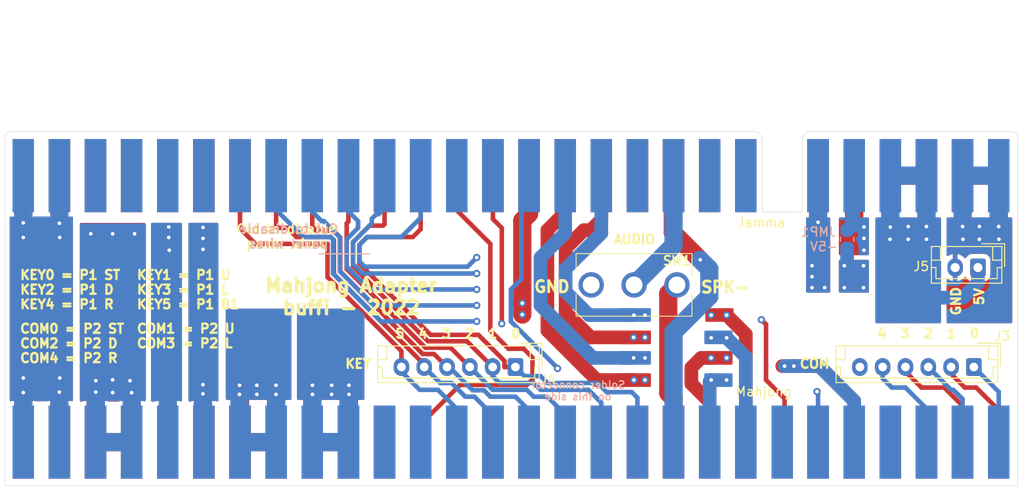
<source format=kicad_pcb>
(kicad_pcb (version 20211014) (generator pcbnew)
  (layers (0 "F.Cu" signal) (1 "In1.Cu" power) (2 "In2.Cu" mixed) (31 "B.Cu" signal) (34 "B.Paste" user) (35 "F.Paste" user) (36 "B.SilkS" user "B.Silkscreen") (37 "F.SilkS" user "F.Silkscreen") (38 "B.Mask" user) (39 "F.Mask" user) (44 "Edge.Cuts" user))
  (net 0 "")
  (net 1 "12V")
  (net 2 "GND")
  (net 3 "5V")
  (net 4 "-5V")
  (net 5 "BLUE")
  (net 6 "SPK+")
  (net 7 "TEST")
  (net 8 "RED")
  (net 9 "COIN")
  (net 10 "GREEN")
  (net 11 "COM1-2")
  (net 12 "COM3-10")
  (net 13 "SYNC")
  (net 24 "SERVICE")
  (net 34 "COM4-7")
  (net 35 "KEY2-8")
  (net 38 "KEY4-11")
  (net 39 "KEY0-4")
  (net 42 "KEY5-1")
  (net 44 "KEY1-5")
  (net 45 "COM2-6")
  (net 46 "COM0-3")
  (net 48 "KEY3-9")
  (net 52 "-5V_M")
  (net 53 "JAMMA_SPK-")
  (net 54 "JONG_SPK-")
  (footprint "jamma:JAMMA-56" (layer "F.Cu") (at 175.26 33.02 180)
    (fp_text reference "J1" hide)
    (fp_text value "Jamma_Connector")
  )
  (footprint "jamma:MAHJONG-56" (layer "F.Cu") (at 175.26 62.23 180)
    (fp_text reference "J2" hide)
    (fp_text value "Mahjong_Connector")
  )
  (footprint "SPDT:A101SYCQ04" (layer "F.Cu") (at 194.45 64 -90)
    (fp_text reference "SW1")
    (fp_text value "SW_SPDT" hide)
  )
  (footprint "Connector_JST:JST_EH_B6B-EH-A_1x06_P2.50mm_Vertical" (layer "F.Cu") (at 227 73 180)
    (fp_text reference "J3")
    (fp_text value "Conn_01x06")
  )
  (footprint "Connector_JST:JST_EH_B6B-EH-A_1x06_P2.50mm_Vertical" (layer "F.Cu") (at 176.75 73 180)
    (fp_text reference "J4")
    (fp_text value "Conn_01x06")
  )
  (footprint "Connector_JST:JST_EH_B2B-EH-A_1x02_P2.50mm_Vertical" (layer "F.Cu") (at 227.45 62.1 180)
    (fp_text reference "J5")
    (fp_text value "Conn_01x02")
  )
  (footprint "Resistor_SMD:R_0805_2012Metric_Pad1.20x1.40mm_HandSolder" (layer "B.Cu") (at 213.1 59 90)
    (fp_text reference "JMP1")
    (fp_text value "SolderJumper_2_Open" hide)
  )
  (gr_line (start 155.2 60.6) (end 160.8 60.6) (layer "B.SilkS") (width 0.12))
  (gr_line (start 155.2 60.6) (end 160.8 60.6) (layer "F.SilkS") (width 0.12))
  (gr_line (start 231.8 47.6) (end 231.8 86) (layer "Edge.Cuts") (width 0.05))
  (gr_line (start 208.2 47.8) (end 208.8 47.2) (layer "Edge.Cuts") (width 0.05))
  (gr_line (start 208.8 47.2) (end 231.4 47.2) (layer "Edge.Cuts") (width 0.05))
  (gr_line (start 121.2 47.2) (end 203.2 47.2) (layer "Edge.Cuts") (width 0.05))
  (gr_line (start 208.2 56) (end 208.2 47.8) (layer "Edge.Cuts") (width 0.05))
  (gr_line (start 121 86) (end 120.8 86) (layer "Edge.Cuts") (width 0.05))
  (gr_line (start 120.8 86) (end 120.8 47.6) (layer "Edge.Cuts") (width 0.05))
  (gr_line (start 203.8 47.8) (end 203.8 56) (layer "Edge.Cuts") (width 0.05))
  (gr_line (start 231.4 47.2) (end 231.8 47.6) (layer "Edge.Cuts") (width 0.05))
  (gr_line (start 203.2 47.2) (end 203.8 47.8) (layer "Edge.Cuts") (width 0.05))
  (gr_line (start 203.8 56) (end 208.2 56) (layer "Edge.Cuts") (width 0.05))
  (gr_line (start 120.8 47.6) (end 121.2 47.2) (layer "Edge.Cuts") (width 0.05))
  (gr_line (start 231.8 86) (end 121 86) (layer "Edge.Cuts") (width 0.05))
  (gr_text "-5V" (at 210.566 59.8) (layer "B.SilkS") (effects (font (size 1 1)) (justify mirror)))
  (gr_text "Cut to disable\npanel wires" (at 151.892 58.674) (layer "B.SilkS") (effects (font (size 1 1) (thickness 0.2)) (justify mirror)))
  (gr_text "Solder connector\non this side" (at 183.6 75.6) (layer "B.SilkS") (effects (font (size 0.8 0.8)) (justify mirror)))
  (gr_text "Cut to disable\npanel wires" (at 151.638 58.674) (layer "F.SilkS") (effects (font (size 1 1) (thickness 0.2))))
  (gr_text "COM1 = P2 U\nCOM3 = P2 L" (at 135.128 69.596) (layer "F.SilkS") (effects (font (size 1 1) (thickness 0.25)) (justify left)))
  (gr_text "Mahjong" (at 203.962 75.692) (layer "F.SilkS") (effects (font (size 1 1))))
  (gr_text "GND" (at 180.75 64.2) (layer "F.SilkS") (effects (font (size 1.25 1.25) (thickness 0.3))))
  (gr_text "4" (at 216.916 69.342) (layer "F.SilkS") (effects (font (size 1 1) (thickness 0.25))))
  (gr_text "5" (at 164.084 69.342) (layer "F.SilkS") (effects (font (size 1 1) (thickness 0.25))))
  (gr_text "1" (at 224.536 69.342) (layer "F.SilkS") (effects (font (size 1 1) (thickness 0.25))))
  (gr_text "KEY1 = P1 U\nKEY3 = P1 L\nKEY5 = P1 B1" (at 135.128 64.516) (layer "F.SilkS") (effects (font (size 1 1) (thickness 0.25)) (justify left)))
  (gr_text "0\n" (at 176.784 69.342) (layer "F.SilkS") (effects (font (size 1 1) (thickness 0.25))))
  (gr_text "AUDIO" (at 189.8 59) (layer "F.SilkS") (effects (font (size 1 1) (thickness 0.25))))
  (gr_text "COM\n" (at 209.55 72.644) (layer "F.SilkS") (effects (font (size 1 1) (thickness 0.25))))
  (gr_text "4" (at 166.624 69.342) (layer "F.SilkS") (effects (font (size 1 1) (thickness 0.25))))
  (gr_text "KEY0 = P1 ST   \nKEY2 = P1 D   \nKEY4 = P1 R" (at 122.328 64.516) (layer "F.SilkS") (effects (font (size 1 1) (thickness 0.25)) (justify left)))
  (gr_text "2" (at 171.704 69.342) (layer "F.SilkS") (effects (font (size 1 1) (thickness 0.25))))
  (gr_text "KEY" (at 159.512 72.644) (layer "F.SilkS") (effects (font (size 1 1) (thickness 0.25))))
  (gr_text "2" (at 221.996 69.342) (layer "F.SilkS") (effects (font (size 1 1) (thickness 0.25))))
  (gr_text "3" (at 219.456 69.342) (layer "F.SilkS") (effects (font (size 1 1) (thickness 0.25))))
  (gr_text "Mahjong Adapter\nbuffi - 2022" (at 158.75 65.278) (layer "F.SilkS") (effects (font (size 1.5 1.5) (thickness 0.375))))
  (gr_text "5V" (at 227.584 65.278 90) (layer "F.SilkS") (effects (font (size 1 1) (thickness 0.25))))
  (gr_text "SPK-\n" (at 199.75 64.25) (layer "F.SilkS") (effects (font (size 1.25 1.25) (thickness 0.3))))
  (gr_text "0\n" (at 227.076 69.342) (layer "F.SilkS") (effects (font (size 1 1) (thickness 0.25))))
  (gr_text "Jamma" (at 203.708 57.15) (layer "F.SilkS") (effects (font (size 1 1))))
  (gr_text "GND" (at 225.044 65.786 90) (layer "F.SilkS") (effects (font (size 1 1) (thickness 0.25))))
  (gr_text "1" (at 174.244 69.342) (layer "F.SilkS") (effects (font (size 1 1) (thickness 0.25))))
  (gr_text "COM0 = P2 ST\nCOM2 = P2 D \nCOM4 = P2 R" (at 122.328 70.408) (layer "F.SilkS") (effects (font (size 1 1) (thickness 0.25)) (justify left)))
  (gr_text "3" (at 169.164 69.342) (layer "F.SilkS") (effects (font (size 1 1) (thickness 0.25))))
  (segment (start 209.92 52.02) (end 209.92 57.13) (width 2) (layer "F.Cu") (net 1))
  (segment (start 209.92 57.13) (end 209.92 57.37) (width 2) (layer "F.Cu") (net 1))
  (segment (start 142.494 74.93) (end 142.494 81.124) (width 2) (layer "F.Cu") (net 1))
  (segment (start 142.494 81.124) (end 142.6 81.23) (width 2) (layer "F.Cu") (net 1))
  (via (at 209.25 61.9) (size 0.8) (drill 0.4) (layers "F.Cu" "B.Cu") (net 1))
  (via (at 142.494 75.946) (size 0.8) (drill 0.4) (layers "F.Cu" "B.Cu") (net 1))
  (via (at 142.5 58.9) (size 0.8) (drill 0.4) (layers "F.Cu" "B.Cu") (net 1))
  (via (at 142.5 60.1) (size 0.8) (drill 0.4) (layers "F.Cu" "B.Cu") (net 1))
  (via (at 142.5 57.7) (size 0.8) (drill 0.4) (layers "F.Cu" "B.Cu") (net 1))
  (via (at 209.25 64.3) (size 0.8) (drill 0.4) (layers "F.Cu" "B.Cu") (net 1))
  (via (at 209.92 57.13) (size 0.8) (drill 0.4) (layers "F.Cu" "B.Cu") (net 1))
  (via (at 209.25 63.1) (size 0.8) (drill 0.4) (layers "F.Cu" "B.Cu") (net 1))
  (via (at 210.65 64.3) (size 0.8) (drill 0.4) (layers "F.Cu" "B.Cu") (net 1))
  (via (at 142.494 74.93) (size 0.8) (drill 0.4) (layers "F.Cu" "B.Cu") (net 1))
  (segment (start 142.494 74.93) (end 142.494 81.124) (width 2) (layer "B.Cu") (net 1))
  (segment (start 209.92 52.02) (end 209.92 57.13) (width 2) (layer "B.Cu") (net 1))
  (segment (start 142.494 81.124) (end 142.6 81.23) (width 2) (layer "B.Cu") (net 1))
  (segment (start 158.5 76) (end 158.5 81.17) (width 2) (layer "F.Cu") (net 2))
  (segment (start 229.72 52.02) (end 229.72 57.6) (width 2) (layer "F.Cu") (net 2))
  (segment (start 126.76 81.23) (end 126.76 75.76) (width 2) (layer "F.Cu") (net 2))
  (segment (start 158.5 75) (end 158.5 76) (width 2) (layer "F.Cu") (net 2))
  (segment (start 210.058 72.898) (end 207.264 72.898) (width 1.5) (layer "F.Cu") (net 2))
  (segment (start 213.88 76.72) (end 210.058 72.898) (width 1.5) (layer "F.Cu") (net 2))
  (segment (start 207.264 72.898) (end 205.994 72.898) (width 1.5) (layer "F.Cu") (net 2))
  (segment (start 225.76 52.02) (end 225.76 57.6) (width 2) (layer "F.Cu") (net 2))
  (segment (start 177.5 66) (end 177.5 56.942) (width 2) (layer "F.Cu") (net 2))
  (segment (start 178.24 56.202) (end 178.24 52.02) (width 2) (layer "F.Cu") (net 2))
  (segment (start 229.72 52.02) (end 225.76 52.02) (width 2) (layer "F.Cu") (net 2))
  (segment (start 126.76 52.02) (end 126.76 57.24) (width 2) (layer "F.Cu") (net 2))
  (segment (start 122.8 52.02) (end 122.8 57.2) (width 2) (layer "F.Cu") (net 2))
  (segment (start 213.88 81.23) (end 213.88 76.72) (width 1.5) (layer "F.Cu") (net 2))
  (segment (start 126.76 75.76) (end 126.75 75.75) (width 2) (layer "F.Cu") (net 2))
  (segment (start 158.5 81.17) (end 158.44 81.23) (width 2) (layer "F.Cu") (net 2))
  (segment (start 154.48 75.02) (end 154.5 75) (width 2) (layer "F.Cu") (net 2))
  (segment (start 122.8 81.23) (end 122.8 75.8) (width 2) (layer "F.Cu") (net 2))
  (segment (start 154.48 81.23) (end 158.44 81.23) (width 2) (layer "F.Cu") (net 2))
  (segment (start 177.5 67.25) (end 177.5 66) (width 2) (layer "F.Cu") (net 2))
  (segment (start 177.5 56.942) (end 178.24 56.202) (width 2) (layer "F.Cu") (net 2))
  (segment (start 126.76 57.24) (end 126.75 57.25) (width 2) (layer "F.Cu") (net 2))
  (segment (start 154.48 81.23) (end 154.48 75.02) (width 2) (layer "F.Cu") (net 2))
  (via (at 122.8 57.2) (size 0.8) (drill 0.4) (layers "F.Cu" "B.Cu") (net 2))
  (via (at 158.5 76) (size 0.8) (drill 0.4) (layers "F.Cu" "B.Cu") (net 2))
  (via (at 126.76 57.24) (size 0.8) (drill 0.4) (layers "F.Cu" "B.Cu") (net 2))
  (via (at 126.8 58.8) (size 0.8) (drill 0.4) (layers "F.Cu" "B.Cu") (net 2))
  (via (at 154.5 76) (size 0.8) (drill 0.4) (layers "F.Cu" "B.Cu") (net 2))
  (via (at 225.8 59) (size 0.8) (drill 0.4) (layers "F.Cu" "B.Cu") (net 2))
  (via (at 122.8 58.8) (size 0.8) (drill 0.4) (layers "F.Cu" "B.Cu") (net 2))
  (via (at 225.76 57.6) (size 0.8) (drill 0.4) (layers "F.Cu" "B.Cu") (net 2))
  (via (at 156.6 76) (size 0.8) (drill 0.4) (layers "F.Cu" "B.Cu") (net 2))
  (via (at 122.8 75.8) (size 0.8) (drill 0.4) (layers "F.Cu" "B.Cu") (net 2))
  (via (at 177.5 66) (size 0.8) (drill 0.4) (layers "F.Cu" "B.Cu") (net 2))
  (via (at 229.75 59) (size 0.8) (drill 0.4) (layers "F.Cu" "B.Cu") (net 2))
  (via (at 156.6 75) (size 0.8) (drill 0.4) (layers "F.Cu" "B.Cu") (net 2))
  (via (at 122.8 74.2) (size 0.8) (drill 0.4) (layers "F.Cu" "B.Cu") (net 2))
  (via (at 206.248 72.898) (size 0.8) (drill 0.4) (layers "F.Cu" "B.Cu") (net 2))
  (via (at 207.264 72.898) (size 0.8) (drill 0.4) (layers "F.Cu" "B.Cu") (net 2))
  (via (at 177.5 67.25) (size 0.8) (drill 0.4) (layers "F.Cu" "B.Cu") (net 2))
  (via (at 154.5 75) (size 0.8) (drill 0.4) (layers "F.Cu" "B.Cu") (net 2))
  (via (at 227.6 59) (size 0.8) (drill 0.4) (layers "F.Cu" "B.Cu") (net 2))
  (via (at 158.5 75) (size 0.8) (drill 0.4) (layers "F.Cu" "B.Cu") (net 2))
  (via (at 126.8 74.2) (size 0.8) (drill 0.4) (layers "F.Cu" "B.Cu") (net 2))
  (via (at 229.72 57.6) (size 0.8) (drill 0.4) (layers "F.Cu" "B.Cu") (net 2))
  (via (at 227.6 57.6) (size 0.8) (drill 0.4) (layers "F.Cu" "B.Cu") (net 2))
  (via (at 126.75 75.75) (size 0.8) (drill 0.4) (layers "F.Cu" "B.Cu") (net 2))
  (segment (start 158.44 75.06) (end 158.5 75) (width 2) (layer "B.Cu") (net 2))
  (segment (start 122.8 52.02) (end 122.8 56.95) (width 2) (layer "B.Cu") (net 2))
  (segment (start 225.76 52.02) (end 229.72 52.02) (width 2) (layer "B.Cu") (net 2))
  (segment (start 122.8 81.23) (end 122.8 75.8) (width 2) (layer "B.Cu") (net 2))
  (segment (start 229.72 52.02) (end 229.72 58.97) (width 2) (layer "B.Cu") (net 2))
  (segment (start 154.5 75) (end 154.5 76) (width 2) (layer "B.Cu") (net 2))
  (segment (start 158.44 81.23) (end 158.44 75.06) (width 2) (layer "B.Cu") (net 2))
  (segment (start 126.76 81.23) (end 126.76 75.76) (width 2) (layer "B.Cu") (net 2))
  (segment (start 154.5 76) (end 154.5 81.21) (width 2) (layer "B.Cu") (net 2))
  (segment (start 126.76 52.02) (end 126.76 57.24) (width 2) (layer "B.Cu") (net 2))
  (segment (start 210.058 72.898) (end 207.264 72.898) (width 1.5) (layer "B.Cu") (net 2))
  (segment (start 213.88 76.72) (end 210.058 72.898) (width 1.5) (layer "B.Cu") (net 2))
  (segment (start 154.48 81.23) (end 158.44 81.23) (width 2) (layer "B.Cu") (net 2))
  (segment (start 154.5 81.21) (end 154.48 81.23) (width 2) (layer "B.Cu") (net 2))
  (segment (start 206.248 72.898) (end 207.264 72.898) (width 1.5) (layer "B.Cu") (net 2))
  (segment (start 122.8 56.95) (end 122.75 57) (width 2) (layer "B.Cu") (net 2))
  (segment (start 126.76 75.76) (end 126.75 75.75) (width 2) (layer "B.Cu") (net 2))
  (segment (start 229.72 58.97) (end 229.75 59) (width 2) (layer "B.Cu") (net 2))
  (segment (start 126.76 57.24) (end 126.75 57.25) (width 2) (layer "B.Cu") (net 2))
  (segment (start 225.76 52.02) (end 225.76 57.6) (width 2) (layer "B.Cu") (net 2))
  (segment (start 213.88 81.23) (end 213.88 76.72) (width 1.5) (layer "B.Cu") (net 2))
  (segment (start 150.5 75) (end 150.5 76) (width 2) (layer "F.Cu") (net 3))
  (segment (start 150.5 76) (end 150.5 81.21) (width 2) (layer "F.Cu") (net 3))
  (segment (start 146.56 81.23) (end 146.56 75.06) (width 2) (layer "F.Cu") (net 3))
  (segment (start 134.68 75.82) (end 134.68 74.68) (width 2) (layer "F.Cu") (net 3))
  (segment (start 150.5 81.21) (end 150.52 81.23) (width 2) (layer "F.Cu") (net 3))
  (segment (start 134.68 74.68) (end 134.5 74.5) (width 2) (layer "F.Cu") (net 3))
  (segment (start 221.8 59) (end 221.8 52.02) (width 2) (layer "F.Cu") (net 3))
  (segment (start 130.72 81.23) (end 130.72 74.53) (width 2) (layer "F.Cu") (net 3))
  (segment (start 134.68 81.23) (end 134.68 75.82) (width 2) (layer "F.Cu") (net 3))
  (segment (start 146.56 75.06) (end 146.5 75) (width 2) (layer "F.Cu") (net 3))
  (segment (start 221.8 52.02) (end 217.84 52.02) (width 2) (layer "F.Cu") (net 3))
  (segment (start 130.72 81.23) (end 134.68 81.23) (width 2) (layer "F.Cu") (net 3))
  (segment (start 150.52 81.23) (end 146.56 81.23) (width 2) (layer "F.Cu") (net 3))
  (segment (start 130.72 74.53) (end 130.75 74.5) (width 2) (layer "F.Cu") (net 3))
  (segment (start 217.84 58.96) (end 217.84 52.02) (width 2) (layer "F.Cu") (net 3))
  (via (at 219.8 57.6) (size 0.8) (drill 0.4) (layers "F.Cu" "B.Cu") (net 3))
  (via (at 134.5 74.5) (size 0.8) (drill 0.4) (layers "F.Cu" "B.Cu") (net 3))
  (via (at 130.75 75.75) (size 0.8) (drill 0.4) (layers "F.Cu" "B.Cu") (net 3))
  (via (at 130.75 74.5) (size 0.8) (drill 0.4) (layers "F.Cu" "B.Cu") (net 3))
  (via (at 150.5 76) (size 0.8) (drill 0.4) (layers "F.Cu" "B.Cu") (net 3))
  (via (at 150.5 75) (size 0.8) (drill 0.4) (layers "F.Cu" "B.Cu") (net 3))
  (via (at 132.6 75.8) (size 0.8) (drill 0.4) (layers "F.Cu" "B.Cu") (net 3))
  (via (at 132.6 74.4) (size 0.8) (drill 0.4) (layers "F.Cu" "B.Cu") (net 3))
  (via (at 217.84 57.66) (size 0.8) (drill 0.4) (layers "F.Cu" "B.Cu") (net 3))
  (via (at 148.4 76) (size 0.8) (drill 0.4) (layers "F.Cu" "B.Cu") (net 3))
  (via (at 130.2 58.4) (size 0.8) (drill 0.4) (layers "F.Cu" "B.Cu") (net 3))
  (via (at 221.8 57.6) (size 0.8) (drill 0.4) (layers "F.Cu" "B.Cu") (net 3))
  (via (at 132.6 58.4) (size 0.8) (drill 0.4) (layers "F.Cu" "B.Cu") (net 3))
  (via (at 134.68 75.82) (size 0.8) (drill 0.4) (layers "F.Cu" "B.Cu") (net 3))
  (via (at 146.5 75) (size 0.8) (drill 0.4) (layers "F.Cu" "B.Cu") (net 3))
  (via (at 148.4 75) (size 0.8) (drill 0.4) (layers "F.Cu" "B.Cu") (net 3))
  (via (at 146.5 76) (size 0.8) (drill 0.4) (layers "F.Cu" "B.Cu") (net 3))
  (via (at 221.8 59) (size 0.8) (drill 0.4) (layers "F.Cu" "B.Cu") (net 3))
  (via (at 219.8 59) (size 0.8) (drill 0.4) (layers "F.Cu" "B.Cu") (net 3))
  (via (at 217.8 59) (size 0.8) (drill 0.4) (layers "F.Cu" "B.Cu") (net 3))
  (via (at 135 58.4) (size 0.8) (drill 0.4) (layers "F.Cu" "B.Cu") (net 3))
  (segment (start 130.72 81.23) (end 134.68 81.23) (width 2) (layer "B.Cu") (net 3))
  (segment (start 130.75 81.2) (end 130.72 81.23) (width 2) (layer "B.Cu") (net 3))
  (segment (start 146.5 75) (end 146.5 76) (width 2) (layer "B.Cu") (net 3))
  (segment (start 227.45 63.75) (end 225.8 65.4) (width 1.5) (layer "B.Cu") (net 3))
  (segment (start 217.84 58.96) (end 217.84 57.66) (width 2) (layer "B.Cu") (net 3))
  (segment (start 217.8 59) (end 217.84 58.96) (width 2) (layer "B.Cu") (net 3))
  (segment (start 217.84 52.02) (end 221.8 52.02) (width 2) (layer "B.Cu") (net 3))
  (segment (start 146.5 81.17) (end 146.56 81.23) (width 2) (layer "B.Cu") (net 3))
  (segment (start 227.45 62.1) (end 227.45 63.75) (width 1.5) (layer "B.Cu") (net 3))
  (segment (start 146.5 76) (end 146.5 81.17) (width 2) (layer "B.Cu") (net 3))
  (segment (start 134.68 81.23) (end 134.68 74.68) (width 2) (layer "B.Cu") (net 3))
  (segment (start 217.84 52.02) (end 217.84 57.66) (width 2) (layer "B.Cu") (net 3))
  (segment (start 130.75 74.5) (end 130.75 75.75) (width 2) (layer "B.Cu") (net 3))
  (segment (start 150.52 81.23) (end 150.52 75.02) (width 2) (layer "B.Cu") (net 3))
  (segment (start 134.68 74.68) (end 134.5 74.5) (width 2) (layer "B.Cu") (net 3))
  (segment (start 221.8 52.02) (end 221.8 57.6) (width 2) (layer "B.Cu") (net 3))
  (segment (start 130.75 75.75) (end 130.75 81.2) (width 2) (layer "B.Cu") (net 3))
  (segment (start 146.56 81.23) (end 150.52 81.23) (width 2) (layer "B.Cu") (net 3))
  (segment (start 150.52 75.02) (end 150.5 75) (width 2) (layer "B.Cu") (net 3))
  (segment (start 225.8 65.4) (end 222 65.4) (width 1.5) (layer "B.Cu") (net 3))
  (segment (start 221.8 59) (end 221.8 57.6) (width 2) (layer "B.Cu") (net 3))
  (segment (start 213.88 52.02) (end 213.88 57.13) (width 2) (layer "F.Cu") (net 4))
  (via (at 214.95 58.9) (size 0.8) (drill 0.4) (layers "F.Cu" "B.Cu") (net 4))
  (via (at 214.95 57.65) (size 0.8) (drill 0.4) (layers "F.Cu" "B.Cu") (net 4))
  (via (at 214.95 60.2) (size 0.8) (drill 0.4) (layers "F.Cu" "B.Cu") (net 4))
  (segment (start 213.1 58) (end 213.75 57.35) (width 1.5) (layer "B.Cu") (net 4))
  (segment (start 213.75 57.35) (end 213.75 52.15) (width 1.5) (layer "B.Cu") (net 4))
  (segment (start 213.75 52.15) (end 213.88 52.02) (width 1.5) (layer "B.Cu") (net 4))
  (segment (start 189.738 74.422) (end 185.672 74.422) (width 1.5) (layer "F.Cu") (net 5))
  (segment (start 182.2 56.05) (end 182.2 52.02) (width 1.5) (layer "F.Cu") (net 5))
  (segment (start 185.672 74.422) (end 180.25 69) (width 1.5) (layer "F.Cu") (net 5))
  (segment (start 180.25 58) (end 182.2 56.05) (width 1.5) (layer "F.Cu") (net 5))
  (segment (start 180.25 69) (end 180.25 58) (width 1.5) (layer "F.Cu") (net 5))
  (via (at 199.9 74.422) (size 0.8) (drill 0.4) (layers "F.Cu" "B.Cu") (net 5))
  (via (at 190.95 74.422) (size 0.8) (drill 0.4) (layers "F.Cu" "B.Cu") (net 5))
  (via (at 198.2 74.422) (size 0.8) (drill 0.4) (layers "F.Cu" "B.Cu") (net 5))
  (via (at 189.738 74.422) (size 0.8) (drill 0.4) (layers "F.Cu" "B.Cu") (net 5))
  (segment (start 198.2 74.422) (end 198.04 74.582) (width 1.5) (layer "B.Cu") (net 5))
  (segment (start 198.04 74.582) (end 198.04 81.23) (width 1.5) (layer "B.Cu") (net 5))
  (segment (start 197 61.25) (end 194 58.25) (width 2) (layer "F.Cu") (net 6))
  (segment (start 194 58.25) (end 194 52.1) (width 2) (layer "F.Cu") (net 6))
  (segment (start 194 52.1) (end 194.08 52.02) (width 2) (layer "F.Cu") (net 6))
  (via (at 197 61.25) (size 0.8) (drill 0.4) (layers "F.Cu" "B.Cu") (net 6))
  (segment (start 198 65.25) (end 198 62.25) (width 2) (layer "B.Cu") (net 6))
  (segment (start 198 62.25) (end 197 61.25) (width 2) (layer "B.Cu") (net 6))
  (segment (start 194.08 81.23) (end 194.08 69.17) (width 2) (layer "B.Cu") (net 6))
  (segment (start 194.08 69.17) (end 198 65.25) (width 2) (layer "B.Cu") (net 6))
  (segment (start 175.25 68.25) (end 175.25 57.75) (width 0.5) (layer "F.Cu") (net 7))
  (segment (start 206.248 76.454) (end 206.248 80.9777) (width 0.5) (layer "F.Cu") (net 7))
  (segment (start 206.248 80.9777) (end 205.99316 81.23254) (width 0.5) (layer "F.Cu") (net 7))
  (segment (start 204.216 68.326) (end 204.216 74.422) (width 0.5) (layer "F.Cu") (net 7))
  (segment (start 203.708 67.818) (end 204.216 68.326) (width 0.5) (layer "F.Cu") (net 7))
  (segment (start 174.28 56.78) (end 174.28 52.02) (width 0.5) (layer "F.Cu") (net 7))
  (segment (start 175.25 57.75) (end 174.28 56.78) (width 0.5) (layer "F.Cu") (net 7))
  (segment (start 204.216 74.422) (end 206.248 76.454) (width 0.5) (layer "F.Cu") (net 7))
  (via (at 175.25 68.25) (size 0.8) (drill 0.4) (layers "F.Cu" "B.Cu") (net 7))
  (via (at 203.708 67.818) (size 0.8) (drill 0.4) (layers "F.Cu" "B.Cu") (net 7))
  (segment (start 186.16 56.84) (end 186.16 52.02) (width 1.5) (layer "F.Cu") (net 8))
  (segment (start 184.25 58) (end 185 58) (width 1.5) (layer "F.Cu") (net 8))
  (segment (start 185 58) (end 186.16 56.84) (width 1.5) (layer "F.Cu") (net 8))
  (segment (start 189.7 69.75) (end 185 69.75) (width 1.5) (layer "F.Cu") (net 8))
  (segment (start 182.25 67) (end 182.25 60) (width 1.5) (layer "F.Cu") (net 8))
  (segment (start 185 69.75) (end 182.25 67) (width 1.5) (layer "F.Cu") (net 8))
  (segment (start 182.25 60) (end 184.25 58) (width 1.5) (layer "F.Cu") (net 8))
  (via (at 190.95 69.75) (size 0.8) (drill 0.4) (layers "F.Cu" "B.Cu") (net 8))
  (via (at 189.7 69.75) (size 0.8) (drill 0.4) (layers "F.Cu" "B.Cu") (net 8))
  (via (at 198.2 69.8) (size 0.8) (drill 0.4) (layers "F.Cu" "B.Cu") (net 8))
  (via (at 199.9 69.8) (size 0.8) (drill 0.4) (layers "F.Cu" "B.Cu") (net 8))
  (segment (start 202 71.9) (end 202 81.23) (width 1.5) (layer "B.Cu") (net 8))
  (segment (start 199.9 69.8) (end 202 71.9) (width 1.5) (layer "B.Cu") (net 8))
  (segment (start 166.36 79.276242) (end 166.36 81.23) (width 0.5) (layer "F.Cu") (net 9))
  (segment (start 177.65 71) (end 178.62 71.97) (width 0.5) (layer "F.Cu") (net 9))
  (segment (start 174 69) (end 176 71) (width 0.5) (layer "F.Cu") (net 9))
  (segment (start 176 71) (end 177.65 71) (width 0.5) (layer "F.Cu") (net 9))
  (segment (start 178.62 74.35) (end 178.01 74.96) (width 0.5) (layer "F.Cu") (net 9))
  (segment (start 178.01 74.96) (end 170.676242 74.96) (width 0.5) (layer "F.Cu") (net 9))
  (segment (start 170.676242 74.96) (end 166.36 79.276242) (width 0.5) (layer "F.Cu") (net 9))
  (segment (start 170.32 52.02) (end 170.32 55.82) (width 0.5) (layer "F.Cu") (net 9))
  (segment (start 170.32 55.82) (end 174 59.5) (width 0.5) (layer "F.Cu") (net 9))
  (segment (start 178.62 71.97) (end 178.62 74.35) (width 0.5) (layer "F.Cu") (net 9))
  (segment (start 174 59.5) (end 174 69) (width 0.5) (layer "F.Cu") (net 9))
  (segment (start 202 69.412) (end 202 81.23) (width 1.5) (layer "F.Cu") (net 10))
  (segment (start 199.898 67.31) (end 202 69.412) (width 1.5) (layer "F.Cu") (net 10))
  (via (at 199.898 67.31) (size 0.8) (drill 0.4) (layers "F.Cu" "B.Cu") (net 10))
  (via (at 190.95 67.31) (size 0.8) (drill 0.4) (layers "F.Cu" "B.Cu") (net 10))
  (via (at 189.738 67.31) (size 0.8) (drill 0.4) (layers "F.Cu" "B.Cu") (net 10))
  (via (at 198.201018 67.311018) (size 0.8) (drill 0.4) (layers "F.Cu" "B.Cu") (net 10))
  (segment (start 182.25 64.75) (end 182.25 62.25) (width 1.5) (layer "B.Cu") (net 10))
  (segment (start 182.25 62.25) (end 186.16 58.34) (width 1.5) (layer "B.Cu") (net 10))
  (segment (start 186.16 58.34) (end 186.16 52.02) (width 1.5) (layer "B.Cu") (net 10))
  (segment (start 189.738 67.31) (end 184.81 67.31) (width 1.5) (layer "B.Cu") (net 10))
  (segment (start 184.81 67.31) (end 182.25 64.75) (width 1.5) (layer "B.Cu") (net 10))
  (segment (start 226 75.25) (end 224.5 73.75) (width 0.5) (layer "F.Cu") (net 11))
  (segment (start 224.5 73.75) (end 224.5 73) (width 0.5) (layer "F.Cu") (net 11))
  (segment (start 229.72 77.72) (end 227.25 75.25) (width 0.5) (layer "F.Cu") (net 11))
  (segment (start 229.72 81.23) (end 229.72 77.72) (width 0.5) (layer "F.Cu") (net 11))
  (segment (start 227.25 75.25) (end 226 75.25) (width 0.5) (layer "F.Cu") (net 11))
  (via (at 172.5 62.75) (size 0.8) (drill 0.4) (layers "F.Cu" "B.Cu") (net 11))
  (segment (start 161 56.75) (end 161.5 56.25) (width 0.5) (layer "B.Cu") (net 11))
  (segment (start 158.94952 59.30048) (end 161 57.25) (width 0.5) (layer "B.Cu") (net 11))
  (segment (start 158.94952 61.71025) (end 158.94952 59.30048) (width 0.5) (layer "B.Cu") (net 11))
  (segment (start 159.98927 62.75) (end 158.94952 61.71025) (width 0.5) (layer "B.Cu") (net 11))
  (segment (start 161.5 56.25) (end 161.75 56.25) (width 0.5) (layer "B.Cu") (net 11))
  (segment (start 161.75 56.25) (end 162.4 55.6) (width 0.5) (layer "B.Cu") (net 11))
  (segment (start 162.4 55.6) (end 162.4 52.02) (width 0.5) (layer "B.Cu") (net 11))
  (segment (start 161 57.25) (end 161 56.75) (width 0.5) (layer "B.Cu") (net 11))
  (segment (start 172.5 62.75) (end 159.98927 62.75) (width 0.5) (layer "B.Cu") (net 11))
  (segment (start 221.25 75.25) (end 219.5 73.5) (width 0.5) (layer "F.Cu") (net 12))
  (segment (start 223.75 75.25) (end 221.25 75.25) (width 0.5) (layer "F.Cu") (net 12))
  (segment (start 225.76 77.26) (end 223.75 75.25) (width 0.5) (layer "F.Cu") (net 12))
  (segment (start 225.76 81.23) (end 225.76 77.26) (width 0.5) (layer "F.Cu") (net 12))
  (segment (start 219.5 73.5) (end 219.5 73) (width 0.5) (layer "F.Cu") (net 12))
  (via (at 172.5 66.25) (size 0.8) (drill 0.4) (layers "F.Cu" "B.Cu") (net 12))
  (segment (start 154.48 55.98) (end 154.48 52.02) (width 0.5) (layer "B.Cu") (net 12))
  (segment (start 172.5 66.25) (end 161.25 66.25) (width 0.5) (layer "B.Cu") (net 12))
  (segment (start 155.75 57.01073) (end 155.51073 57.01073) (width 0.5) (layer "B.Cu") (net 12))
  (segment (start 157.5 62.5) (end 157.5 58.76073) (width 0.5) (layer "B.Cu") (net 12))
  (segment (start 155.51073 57.01073) (end 154.48 55.98) (width 0.5) (layer "B.Cu") (net 12))
  (segment (start 157.5 58.76073) (end 155.75 57.01073) (width 0.5) (layer "B.Cu") (net 12))
  (segment (start 161.25 66.25) (end 157.5 62.5) (width 0.5) (layer "B.Cu") (net 12))
  (segment (start 196.02952 73.07048) (end 196.02952 74.82952) (width 1.5) (layer "F.Cu") (net 13))
  (segment (start 198.04 76.84) (end 198.04 81.23) (width 1.5) (layer "F.Cu") (net 13))
  (segment (start 198.2 72) (end 197.1 72) (width 1.5) (layer "F.Cu") (net 13))
  (segment (start 196.02952 74.82952) (end 198.04 76.84) (width 1.5) (layer "F.Cu") (net 13))
  (segment (start 197.1 72) (end 196.02952 73.07048) (width 1.5) (layer "F.Cu") (net 13))
  (via (at 198.2 72) (size 0.8) (drill 0.4) (layers "F.Cu" "B.Cu") (net 13))
  (via (at 199.9 72) (size 0.8) (drill 0.4) (layers "F.Cu" "B.Cu") (net 13))
  (via (at 190.95 72) (size 0.8) (drill 0.4) (layers "F.Cu" "B.Cu") (net 13))
  (via (at 189.7 72) (size 0.8) (drill 0.4) (layers "F.Cu" "B.Cu") (net 13))
  (segment (start 185.25 72) (end 179.5 66.25) (width 1.5) (layer "B.Cu") (net 13))
  (segment (start 179.5 61) (end 182.2 58.3) (width 1.5) (layer "B.Cu") (net 13))
  (segment (start 189.7 72) (end 185.25 72) (width 1.5) (layer "B.Cu") (net 13))
  (segment (start 182.2 58.3) (end 182.2 52.02) (width 1.5) (layer "B.Cu") (net 13))
  (segment (start 179.5 66.25) (end 179.5 61) (width 1.5) (layer "B.Cu") (net 13))
  (via (at 209.804 75.692) (size 0.8) (drill 0.4) (layers "F.Cu" "B.Cu") (net 24))
  (via (at 181.356 73.152) (size 0.8) (drill 0.4) (layers "F.Cu" "B.Cu") (net 24))
  (segment (start 181.356 73.152) (end 181.356 73.106) (width 0.5) (layer "B.Cu") (net 24))
  (segment (start 176.25 64.5) (end 177.4 63.35) (width 0.5) (layer "B.Cu") (net 24))
  (segment (start 176.25 68) (end 176.25 64.5) (width 0.5) (layer "B.Cu") (net 24))
  (segment (start 181.356 73.106) (end 176.25 68) (width 0.5) (layer "B.Cu") (net 24))
  (segment (start 177.4 52.86) (end 178.24 52.02) (width 0.5) (layer "B.Cu") (net 24))
  (segment (start 177.4 63.35) (end 177.4 52.86) (width 0.5) (layer "B.Cu") (net 24))
  (segment (start 209.804 75.692) (end 209.92 75.808) (width 0.5) (layer "B.Cu") (net 24))
  (segment (start 209.92 75.808) (end 209.92 81.23) (width 0.5) (layer "B.Cu") (net 24))
  (via (at 172.5 68) (size 0.8) (drill 0.4) (layers "F.Cu" "B.Cu") (net 34))
  (segment (start 162 68) (end 156.75 62.75) (width 0.5) (layer "B.Cu") (net 34))
  (segment (start 219.5 75.25) (end 218 75.25) (width 0.5) (layer "B.Cu") (net 34))
  (segment (start 156.75 62.75) (end 156.75 59) (width 0.5) (layer "B.Cu") (net 34))
  (segment (start 221.8 81.23) (end 221.8 77.55) (width 0.5) (layer "B.Cu") (net 34))
  (segment (start 172.5 68) (end 162 68) (width 0.5) (layer "B.Cu") (net 34))
  (segment (start 153.5 58.75) (end 150.52 55.77) (width 0.5) (layer "B.Cu") (net 34))
  (segment (start 156.75 59) (end 156.5 58.75) (width 0.5) (layer "B.Cu") (net 34))
  (segment (start 217 74.25) (end 217 73) (width 0.5) (layer "B.Cu") (net 34))
  (segment (start 156.5 58.75) (end 153.5 58.75) (width 0.5) (layer "B.Cu") (net 34))
  (segment (start 218 75.25) (end 217 74.25) (width 0.5) (layer "B.Cu") (net 34))
  (segment (start 221.8 77.55) (end 219.5 75.25) (width 0.5) (layer "B.Cu") (net 34))
  (segment (start 150.52 55.77) (end 150.52 52.02) (width 0.5) (layer "B.Cu") (net 34))
  (segment (start 158.25 62.25) (end 166.87596 70.87596) (width 0.5) (layer "F.Cu") (net 35))
  (segment (start 166.87596 70.87596) (end 169.62596 70.87596) (width 0.5) (layer "F.Cu") (net 35))
  (segment (start 158.25 57.25) (end 158.44 57.06) (width 0.5) (layer "F.Cu") (net 35))
  (segment (start 158.25 57.25) (end 158.25 62.25) (width 0.5) (layer "F.Cu") (net 35))
  (segment (start 158.44 57.06) (end 158.44 52.02) (width 0.5) (layer "F.Cu") (net 35))
  (segment (start 169.62596 70.87596) (end 171.75 73) (width 0.5) (layer "F.Cu") (net 35))
  (segment (start 178.75 76.25) (end 180.25 76.25) (width 0.5) (layer "B.Cu") (net 35))
  (segment (start 171.75 73) (end 174.25 75.5) (width 0.5) (layer "B.Cu") (net 35))
  (segment (start 182.2 78.2) (end 182.2 81.23) (width 0.5) (layer "B.Cu") (net 35))
  (segment (start 178 75.5) (end 178.75 76.25) (width 0.5) (layer "B.Cu") (net 35))
  (segment (start 174.25 75.5) (end 178 75.5) (width 0.5) (layer "B.Cu") (net 35))
  (segment (start 180.25 76.25) (end 182.2 78.2) (width 0.5) (layer "B.Cu") (net 35))
  (segment (start 156.51073 58.75) (end 152.75 58.75) (width 0.5) (layer "F.Cu") (net 38))
  (segment (start 166.296459 72.274999) (end 156.85096 62.8295) (width 0.5) (layer "F.Cu") (net 38))
  (segment (start 166.75 73) (end 166.75 72.275) (width 0.5) (layer "F.Cu") (net 38))
  (segment (start 166.75 72.275) (end 166.296459 72.274999) (width 0.5) (layer "F.Cu") (net 38))
  (segment (start 152.75 58.75) (end 151.75 57.75) (width 0.5) (layer "F.Cu") (net 38))
  (segment (start 151.75 57.75) (end 150.75 57.75) (width 0.5) (layer "F.Cu") (net 38))
  (segment (start 150.52 57.52) (end 150.75 57.75) (width 0.5) (layer "F.Cu") (net 38))
  (segment (start 156.85096 62.8295) (end 156.85096 59.09023) (width 0.5) (layer "F.Cu") (net 38))
  (segment (start 150.52 52.02) (end 150.52 57.52) (width 0.5) (layer "F.Cu") (net 38))
  (segment (start 156.85096 59.09023) (end 156.51073 58.75) (width 0.5) (layer "F.Cu") (net 38))
  (segment (start 169.75 74.75) (end 171.25 76.25) (width 0.5) (layer "B.Cu") (net 38))
  (segment (start 174.28 78.28) (end 174.28 81.23) (width 0.5) (layer "B.Cu") (net 38))
  (segment (start 166.75 73) (end 168.5 74.75) (width 0.5) (layer "B.Cu") (net 38))
  (segment (start 168.5 74.75) (end 169.75 74.75) (width 0.5) (layer "B.Cu") (net 38))
  (segment (start 171.25 76.25) (end 172.25 76.25) (width 0.5) (layer "B.Cu") (net 38))
  (segment (start 172.25 76.25) (end 174.28 78.28) (width 0.5) (layer "B.Cu") (net 38))
  (segment (start 166.36 57.89) (end 166.36 52.02) (width 0.5) (layer "F.Cu") (net 39))
  (segment (start 172.689718 69.47692) (end 167.45546 69.47692) (width 0.5) (layer "F.Cu") (net 39))
  (segment (start 159.64904 59.59023) (end 160.48927 58.75) (width 0.5) (layer "F.Cu") (net 39))
  (segment (start 165.5 58.75) (end 166.36 57.89) (width 0.5) (layer "F.Cu") (net 39))
  (segment (start 159.64904 61.6705) (end 159.64904 59.59023) (width 0.5) (layer "F.Cu") (net 39))
  (segment (start 175.54952 73) (end 175.54952 72.336722) (width 0.5) (layer "F.Cu") (net 39))
  (segment (start 160.48927 58.75) (end 165.5 58.75) (width 0.5) (layer "F.Cu") (net 39))
  (segment (start 167.45546 69.47692) (end 159.64904 61.6705) (width 0.5) (layer "F.Cu") (net 39))
  (segment (start 175.54952 72.336722) (end 172.689718 69.47692) (width 0.5) (layer "F.Cu") (net 39))
  (segment (start 176.75 73) (end 175.54952 73) (width 0.5) (layer "F.Cu") (net 39))
  (segment (start 177.75 74) (end 179.5 74) (width 0.5) (layer "B.Cu") (net 39))
  (segment (start 186.75 75.75) (end 189.5 75.75) (width 0.5) (layer "B.Cu") (net 39))
  (segment (start 176.75 73) (end 177.75 74) (width 0.5) (layer "B.Cu") (net 39))
  (segment (start 189.5 75.75) (end 190.12 76.37) (width 0.5) (layer "B.Cu") (net 39))
  (segment (start 179.5 74) (end 180.25 74.75) (width 0.5) (layer "B.Cu") (net 39))
  (segment (start 190.12 76.37) (end 190.12 81.23) (width 0.5) (layer "B.Cu") (net 39))
  (segment (start 180.25 74.75) (end 185.75 74.75) (width 0.5) (layer "B.Cu") (net 39))
  (segment (start 185.75 74.75) (end 186.75 75.75) (width 0.5) (layer "B.Cu") (net 39))
  (segment (start 156.15144 59.5) (end 148.25 59.5) (width 0.5) (layer "F.Cu") (net 42))
  (segment (start 164.25 73) (end 164.25 71.25) (width 0.5) (layer "F.Cu") (net 42))
  (segment (start 164.25 71.25) (end 156.15144 63.15144) (width 0.5) (layer "F.Cu") (net 42))
  (segment (start 148.25 59.5) (end 146.56 57.81) (width 0.5) (layer "F.Cu") (net 42))
  (segment (start 146.56 57.81) (end 146.56 52.02) (width 0.5) (layer "F.Cu") (net 42))
  (segment (start 156.15144 63.15144) (end 156.15144 59.5) (width 0.5) (layer "F.Cu") (net 42))
  (segment (start 166.25 75.5) (end 164.25 73.5) (width 0.5) (layer "B.Cu") (net 42))
  (segment (start 170.32 77.57) (end 168.25 75.5) (width 0.5) (layer "B.Cu") (net 42))
  (segment (start 170.32 81.23) (end 170.32 77.57) (width 0.5) (layer "B.Cu") (net 42))
  (segment (start 168.25 75.5) (end 166.25 75.5) (width 0.5) (layer "B.Cu") (net 42))
  (segment (start 164.25 73.5) (end 164.25 73) (width 0.5) (layer "B.Cu") (net 42))
  (segment (start 162.25 57.5) (end 162.4 57.35) (width 0.5) (layer "F.Cu") (net 44))
  (segment (start 167.16571 70.17644) (end 171.42644 70.17644) (width 0.5) (layer "F.Cu") (net 44))
  (segment (start 160.75 57.5) (end 158.94952 59.30048) (width 0.5) (layer "F.Cu") (net 44))
  (segment (start 158.94952 61.96025) (end 167.16571 70.17644) (width 0.5) (layer "F.Cu") (net 44))
  (segment (start 158.94952 59.30048) (end 158.94952 61.96025) (width 0.5) (layer "F.Cu") (net 44))
  (segment (start 171.42644 70.17644) (end 174.25 73) (width 0.5) (layer "F.Cu") (net 44))
  (segment (start 162.4 57.35) (end 162.4 52.02) (width 0.5) (layer "F.Cu") (net 44))
  (segment (start 162.25 57.5) (end 160.75 57.5) (width 0.5) (layer "F.Cu") (net 44))
  (segment (start 184.75 75.5) (end 186.16 76.91) (width 0.5) (layer "B.Cu") (net 44))
  (segment (start 174.25 73) (end 174.25 74) (width 0.5) (layer "B.Cu") (net 44))
  (segment (start 186.16 76.91) (end 186.16 81.23) (width 0.5) (layer "B.Cu") (net 44))
  (segment (start 179.5 75.5) (end 184.75 75.5) (width 0.5) (layer "B.Cu") (net 44))
  (segment (start 178.75 74.75) (end 179.5 75.5) (width 0.5) (layer "B.Cu") (net 44))
  (segment (start 175 74.75) (end 178.75 74.75) (width 0.5) (layer "B.Cu") (net 44))
  (segment (start 174.25 74) (end 175 74.75) (width 0.5) (layer "B.Cu") (net 44))
  (via (at 172.5 64.5) (size 0.8) (drill 0.4) (layers "F.Cu" "B.Cu") (net 45))
  (segment (start 158.44 55.94) (end 158.44 52.02) (width 0.5) (layer "B.Cu") (net 45))
  (segment (start 224.75 75.5) (end 225.76 76.51) (width 0.5) (layer "B.Cu") (net 45))
  (segment (start 158.25 59) (end 159.5 57.75) (width 0.5) (layer "B.Cu") (net 45))
  (segment (start 158.25 62) (end 158.25 59) (width 0.5) (layer "B.Cu") (net 45))
  (segment (start 225.76 76.51) (end 225.76 81.23) (width 0.5) (layer "B.Cu") (net 45))
  (segment (start 222 73) (end 224.5 75.5) (width 0.5) (layer "B.Cu") (net 45))
  (segment (start 160.75 64.5) (end 158.25 62) (width 0.5) (layer "B.Cu") (net 45))
  (segment (start 159.5 57.75) (end 159.5 57) (width 0.5) (layer "B.Cu") (net 45))
  (segment (start 172.5 64.5) (end 160.75 64.5) (width 0.5) (layer "B.Cu") (net 45))
  (segment (start 159.5 57) (end 158.44 55.94) (width 0.5) (layer "B.Cu") (net 45))
  (segment (start 224.5 75.5) (end 224.75 75.5) (width 0.5) (layer "B.Cu") (net 45))
  (via (at 172.5 61) (size 0.8) (drill 0.4) (layers "F.Cu" "B.Cu") (net 46))
  (segment (start 160.5 58.75) (end 164.25 58.75) (width 0.5) (layer "B.Cu") (net 46))
  (segment (start 164.25 58.75) (end 166.36 56.64) (width 0.5) (layer "B.Cu") (net 46))
  (segment (start 229.72 75.72) (end 229.72 81.23) (width 0.5) (layer "B.Cu") (net 46))
  (segment (start 160.22854 62) (end 159.64904 61.4205) (width 0.5) (layer "B.Cu") (net 46))
  (segment (start 166.36 56.64) (end 166.36 52.02) (width 0.5) (layer "B.Cu") (net 46))
  (segment (start 171.5 62) (end 160.22854 62) (width 0.5) (layer "B.Cu") (net 46))
  (segment (start 227 73) (end 229.72 75.72) (width 0.5) (layer "B.Cu") (net 46))
  (segment (start 172.5 61) (end 171.5 62) (width 0.5) (layer "B.Cu") (net 46))
  (segment (start 159.64904 59.60096) (end 160.5 58.75) (width 0.5) (layer "B.Cu") (net 46))
  (segment (start 159.64904 61.4205) (end 159.64904 59.60096) (width 0.5) (layer "B.Cu") (net 46))
  (segment (start 154.48 57.63) (end 154.90048 58.05048) (width 0.5) (layer "F.Cu") (net 48))
  (segment (start 157.550479 58.800479) (end 157.55048 62.53975) (width 0.5) (layer "F.Cu") (net 48))
  (segment (start 157.55048 62.53975) (end 166.58621 71.57548) (width 0.5) (layer "F.Cu") (net 48))
  (segment (start 154.48 52.02) (end 154.48 57.63) (width 0.5) (layer "F.Cu") (net 48))
  (segment (start 166.58621 71.57548) (end 167.82548 71.57548) (width 0.5) (layer "F.Cu") (net 48))
  (segment (start 167.82548 71.57548) (end 169.25 73) (width 0.5) (layer "F.Cu") (net 48))
  (segment (start 154.90048 58.05048) (end 156.800481 58.050481) (width 0.5) (layer "F.Cu") (net 48))
  (segment (start 156.800481 58.050481) (end 157.550479 58.800479) (width 0.5) (layer "F.Cu") (net 48))
  (segment (start 174 76.25) (end 176.75 76.25) (width 0.5) (layer "B.Cu") (net 48))
  (segment (start 172.05048 75.55048) (end 173.30048 75.55048) (width 0.5) (layer "B.Cu") (net 48))
  (segment (start 176.75 76.25) (end 178.24 77.74) (width 0.5) (layer "B.Cu") (net 48))
  (segment (start 173.30048 75.55048) (end 174 76.25) (width 0.5) (layer "B.Cu") (net 48))
  (segment (start 169.25 73) (end 169.5 73) (width 0.5) (layer "B.Cu") (net 48))
  (segment (start 178.24 77.74) (end 178.24 81.23) (width 0.5) (layer "B.Cu") (net 48))
  (segment (start 169.5 73) (end 172.05048 75.55048) (width 0.5) (layer "B.Cu") (net 48))
  (via (at 138.75 58.8) (size 0.8) (drill 0.4) (layers "F.Cu" "B.Cu") (net 52))
  (via (at 214.9 64.3) (size 0.8) (drill 0.4) (layers "F.Cu" "B.Cu") (net 52))
  (via (at 212.8 61.9) (size 0.8) (drill 0.4) (layers "F.Cu" "B.Cu") (net 52))
  (via (at 214.9 61.9) (size 0.8) (drill 0.4) (layers "F.Cu" "B.Cu") (net 52))
  (via (at 138.75 57.65) (size 0.8) (drill 0.4) (layers "F.Cu" "B.Cu") (net 52))
  (via (at 138.8 60.2) (size 0.8) (drill 0.4) (layers "F.Cu" "B.Cu") (net 52))
  (via (at 212.8 64.3) (size 0.8) (drill 0.4) (layers "F.Cu" "B.Cu") (net 52))
  (segment (start 138.64 76.04) (end 138.64 81.23) (width 2) (layer "B.Cu") (net 52))
  (segment (start 213.1 60) (end 213.1 61.6) (width 1.5) (layer "B.Cu") (net 52))
  (segment (start 191.25 62.5) (end 194.08 59.67) (width 2) (layer "B.Cu") (net 53))
  (segment (start 189.75 64) (end 191.25 62.5) (width 2) (layer "B.Cu") (net 53))
  (segment (start 194.08 59.67) (end 194.08 52.02) (width 2) (layer "B.Cu") (net 53))
  (segment (start 194.08 76.43) (end 193.5 75.85) (width 2) (layer "F.Cu") (net 54))
  (segment (start 193.5 64.95) (end 194.45 64) (width 2) (layer "F.Cu") (net 54))
  (segment (start 193.5 75.85) (end 193.5 64.95) (width 2) (layer "F.Cu") (net 54))
  (segment (start 194.08 81.23) (end 194.08 76.43) (width 2) (layer "F.Cu") (net 54))
  (zone (net 1) (net_name "12V") (layers F&B.Cu) (connect_pads (clearance 0.508)) (min_thickness 0.254) (fill yes (thermal_gap 0.508) (thermal_bridge_width 0.508))
    (polygon (pts (xy 211.25 64.85) (xy 208.6 64.85) (xy 208.6 56.6) (xy 211.25 56.6)))
  )
  (zone (net 2) (net_name "GND") (layers F&B.Cu) (connect_pads (clearance 0.508)) (min_thickness 0.254) (fill yes (thermal_gap 0.508) (thermal_bridge_width 0.508))
    (polygon (pts (xy 231.2 68.2) (xy 224 68.2) (xy 224 56.6) (xy 231.2 56.6)))
  )
  (zone (net 3) (net_name "5V") (layer "F.Cu") (connect_pads (clearance 0.508)) (min_thickness 0.254) (fill yes (thermal_gap 0.508) (thermal_bridge_width 0.508))
    (polygon (pts (xy 152.2 76.6) (xy 145 76.6) (xy 145 66.6) (xy 152.2 66.6)))
  )
  (zone (net 8) (net_name "RED") (layers "F.Cu" "In1.Cu") (priority 1) (connect_pads (clearance 0.6)) (min_thickness 0.254) (fill yes (thermal_gap 0.508) (thermal_bridge_width 0.508))
    (polygon (pts (xy 191.6 70.5) (xy 188.25 70.5) (xy 188.25 69) (xy 191.6 69)))
  )
  (zone (net 5) (net_name "BLUE") (layers "F.Cu" "In1.Cu") (priority 1) (connect_pads (clearance 0.508)) (min_thickness 0.254) (fill yes (thermal_gap 0.508) (thermal_bridge_width 0.508))
    (polygon (pts (xy 191.6 75.184) (xy 188.25 75.184) (xy 188.25 73.684) (xy 191.6 73.684)))
  )
  (zone (net 2) (net_name "GND") (layer "F.Cu") (connect_pads (clearance 0.508)) (min_thickness 0.254) (fill yes (thermal_gap 0.508) (thermal_bridge_width 0.508))
    (polygon (pts (xy 128.25 76.75) (xy 121.25 76.75) (xy 121.25 56.5) (xy 128.25 56.5)))
  )
  (zone (net 4) (net_name "-5V") (layers F&B.Cu) (connect_pads (clearance 0.508)) (min_thickness 0.254) (fill yes (thermal_gap 0.508) (thermal_bridge_width 0.508))
    (polygon (pts (xy 215.5 60.85) (xy 212.2 60.85) (xy 212.2 56.6) (xy 215.5 56.6)))
  )
  (zone (net 13) (net_name "SYNC") (layers "F.Cu" "In1.Cu") (priority 1) (connect_pads (clearance 0.508)) (min_thickness 0.254) (fill yes (thermal_gap 0.508) (thermal_bridge_width 0.508))
    (polygon (pts (xy 200.55 72.75) (xy 197.45 72.75) (xy 197.45 71.25) (xy 200.55 71.25)))
  )
  (zone (net 3) (net_name "5V") (layer "F.Cu") (connect_pads (clearance 0.508)) (min_thickness 0.254) (fill yes (thermal_gap 0.508) (thermal_bridge_width 0.508))
    (polygon (pts (xy 136.2 76.8) (xy 129 76.8) (xy 129 57.2) (xy 136.2 57.2)))
  )
  (zone (net 1) (net_name "12V") (layers F&B.Cu) (connect_pads (clearance 0.508)) (min_thickness 0.254) (fill yes (thermal_gap 0.508) (thermal_bridge_width 0.508))
    (polygon (pts (xy 144.2 76.8) (xy 140.9 76.8) (xy 140.9 57.2) (xy 144.2 57.2)))
  )
  (zone (net 10) (net_name "GREEN") (layers "F.Cu" "In1.Cu") (priority 1) (connect_pads (clearance 0.508)) (min_thickness 0.254) (fill yes (thermal_gap 0.508) (thermal_bridge_width 0.508))
    (polygon (pts (xy 200.66 68.048) (xy 197.56 68.048) (xy 197.56 66.548) (xy 200.66 66.548)))
  )
  (zone (net 52) (net_name "-5V_M") (layers F&B.Cu) (connect_pads (clearance 0.508)) (min_thickness 0.254) (fill yes (thermal_gap 0.508) (thermal_bridge_width 0.508))
    (polygon (pts (xy 140.2 76.8) (xy 136.8 76.8) (xy 136.8 57.2) (xy 140.2 57.2)))
  )
  (zone (net 2) (net_name "GND") (layer "F.Cu") (connect_pads (clearance 0.508)) (min_thickness 0.254) (fill yes (thermal_gap 0.508) (thermal_bridge_width 0.508))
    (polygon (pts (xy 160.2 76.6) (xy 152.8 76.6) (xy 152.8 66.6) (xy 160.2 66.6)))
  )
  (zone (net 52) (net_name "-5V_M") (layers "F.Cu" "In1.Cu" "B.Cu") (priority 1) (connect_pads (clearance 0.508)) (min_thickness 0.254) (fill yes (thermal_gap 0.508) (thermal_bridge_width 0.508))
    (polygon (pts (xy 215.5 64.85) (xy 212.2 64.85) (xy 212.2 61.25) (xy 215.5 61.25)))
  )
  (zone (net 3) (net_name "5V") (layer "F.Cu") (connect_pads (clearance 0.508)) (min_thickness 0.254) (fill yes (thermal_gap 0.508) (thermal_bridge_width 0.508))
    (polygon (pts (xy 223.4 68.2) (xy 216.2 68.2) (xy 216.2 56.6) (xy 223.4 56.6)))
  )
  (zone (net 3) (net_name "5V") (layer "B.Cu") (connect_pads (clearance 0.508)) (min_thickness 0.254) (fill yes (thermal_gap 0.508) (thermal_bridge_width 0.508))
    (polygon (pts (xy 223.4 68.2) (xy 216.2 68.2) (xy 216.2 56.6) (xy 223.4 56.6)))
  )
  (zone (net 8) (net_name "RED") (layers "In1.Cu" "B.Cu") (priority 1) (connect_pads (clearance 0.508)) (min_thickness 0.254) (fill yes (thermal_gap 0.508) (thermal_bridge_width 0.508))
    (polygon (pts (xy 200.55 70.5) (xy 197.45 70.5) (xy 197.45 69) (xy 200.55 69)))
  )
  (zone (net 10) (net_name "GREEN") (layers "In1.Cu" "B.Cu") (priority 1) (connect_pads (clearance 0.6)) (min_thickness 0.254) (fill yes (thermal_gap 0.508) (thermal_bridge_width 0.508))
    (polygon (pts (xy 191.6 68.048) (xy 188.25 68.048) (xy 188.25 66.548) (xy 191.6 66.548)))
  )
  (zone (net 5) (net_name "BLUE") (layers "In1.Cu" "B.Cu") (priority 1) (connect_pads (clearance 0.508)) (min_thickness 0.254) (fill yes (thermal_gap 0.508) (thermal_bridge_width 0.508))
    (polygon (pts (xy 200.55 75.184) (xy 197.45 75.184) (xy 197.45 73.684) (xy 200.55 73.684)))
  )
  (zone (net 13) (net_name "SYNC") (layers "In1.Cu" "B.Cu") (priority 1) (connect_pads (clearance 0.508)) (min_thickness 0.254) (fill yes (thermal_gap 0.508) (thermal_bridge_width 0.508))
    (polygon (pts (xy 191.6 72.75) (xy 188.25 72.75) (xy 188.25 71.25) (xy 191.6 71.25)))
  )
  (zone (net 3) (net_name "5V") (layer "B.Cu") (connect_pads (clearance 0.508)) (min_thickness 0.254) (fill yes (thermal_gap 0.508) (thermal_bridge_width 0.508))
    (polygon (pts (xy 152.2 76.6) (xy 145 76.6) (xy 145 66.6) (xy 152.2 66.6)))
  )
  (zone (net 2) (net_name "GND") (layer "B.Cu") (connect_pads (clearance 0.508)) (min_thickness 0.254) (fill yes (thermal_gap 0.508) (thermal_bridge_width 0.508))
    (polygon (pts (xy 160.2 76.6) (xy 152.8 76.6) (xy 152.8 66.6) (xy 160.2 66.6)))
  )
  (zone (net 3) (net_name "5V") (layer "B.Cu") (connect_pads (clearance 0.508)) (min_thickness 0.254) (fill yes (thermal_gap 0.508) (thermal_bridge_width 0.508))
    (polygon (pts (xy 136.25 76.75) (xy 129 76.75) (xy 129 57.25) (xy 136.25 57.25)))
  )
  (zone (net 2) (net_name "GND") (layer "B.Cu") (connect_pads (clearance 0.508)) (min_thickness 0.254) (fill yes (thermal_gap 0.508) (thermal_bridge_width 0.508))
    (polygon (pts (xy 128.25 76.75) (xy 121.25 76.75) (xy 121.25 56.5) (xy 128.25 56.5)))
  )
)
</source>
